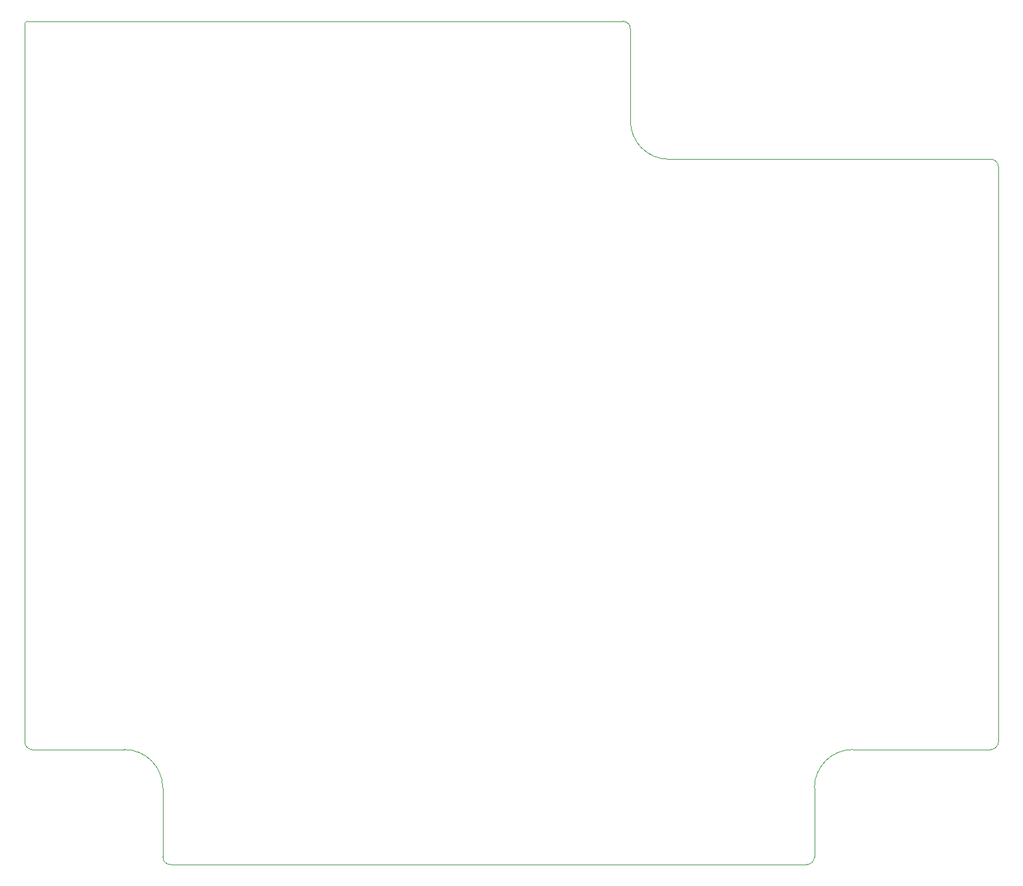
<source format=gbr>
G04 #@! TF.FileFunction,Profile,NP*
%FSLAX46Y46*%
G04 Gerber Fmt 4.6, Leading zero omitted, Abs format (unit mm)*
G04 Created by KiCad (PCBNEW (2015-10-27 BZR 6284, Git 48df08c)-product) date Sun 29 Nov 2015 11:52:54 AM CET*
%MOMM*%
G01*
G04 APERTURE LIST*
%ADD10C,0.100000*%
G04 APERTURE END LIST*
D10*
X62400000Y-43000000D02*
X140000000Y-43000000D01*
X62000000Y-137000000D02*
X62000000Y-43400000D01*
X62400000Y-43000000D02*
G75*
G03X62000000Y-43400000I0J-400000D01*
G01*
X80000000Y-152000000D02*
X80000000Y-143000000D01*
X164000000Y-153000000D02*
X81000000Y-153000000D01*
X80000000Y-152000000D02*
G75*
G03X81000000Y-153000000I1000000J0D01*
G01*
X165000000Y-152000000D02*
X165000000Y-143000000D01*
X164000000Y-153000000D02*
G75*
G03X165000000Y-152000000I0J1000000D01*
G01*
X170000000Y-138000000D02*
X188000000Y-138000000D01*
X170000000Y-138000000D02*
G75*
G03X165000000Y-143000000I0J-5000000D01*
G01*
X189000000Y-62000000D02*
X189000000Y-137000000D01*
X146000000Y-61000000D02*
X188000000Y-61000000D01*
X188000000Y-138000000D02*
G75*
G03X189000000Y-137000000I0J1000000D01*
G01*
X189000000Y-62000000D02*
G75*
G03X188000000Y-61000000I-1000000J0D01*
G01*
X141000000Y-44000000D02*
X141000000Y-56000000D01*
X141000000Y-56000000D02*
G75*
G03X146000000Y-61000000I5000000J0D01*
G01*
X141000000Y-44000000D02*
G75*
G03X140000000Y-43000000I-1000000J0D01*
G01*
X63000000Y-138000000D02*
X75000000Y-138000000D01*
X62000000Y-137000000D02*
G75*
G03X63000000Y-138000000I1000000J0D01*
G01*
X80000000Y-143000000D02*
G75*
G03X75000000Y-138000000I-5000000J0D01*
G01*
M02*

</source>
